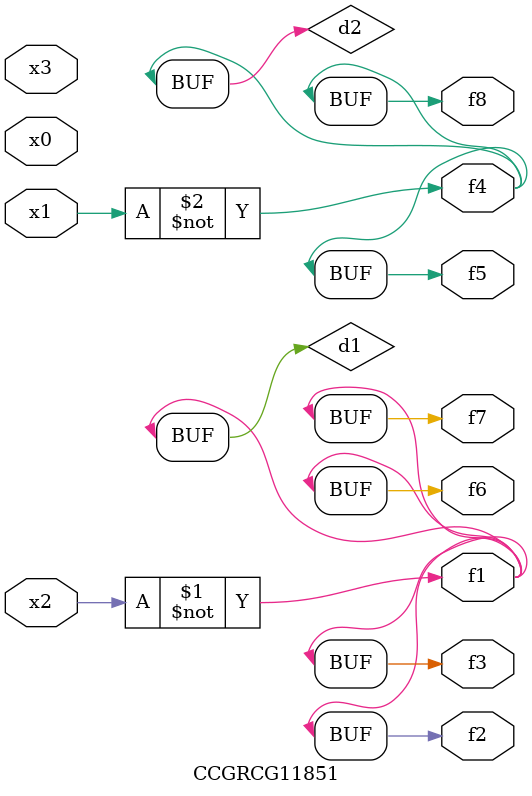
<source format=v>
module CCGRCG11851(
	input x0, x1, x2, x3,
	output f1, f2, f3, f4, f5, f6, f7, f8
);

	wire d1, d2;

	xnor (d1, x2);
	not (d2, x1);
	assign f1 = d1;
	assign f2 = d1;
	assign f3 = d1;
	assign f4 = d2;
	assign f5 = d2;
	assign f6 = d1;
	assign f7 = d1;
	assign f8 = d2;
endmodule

</source>
